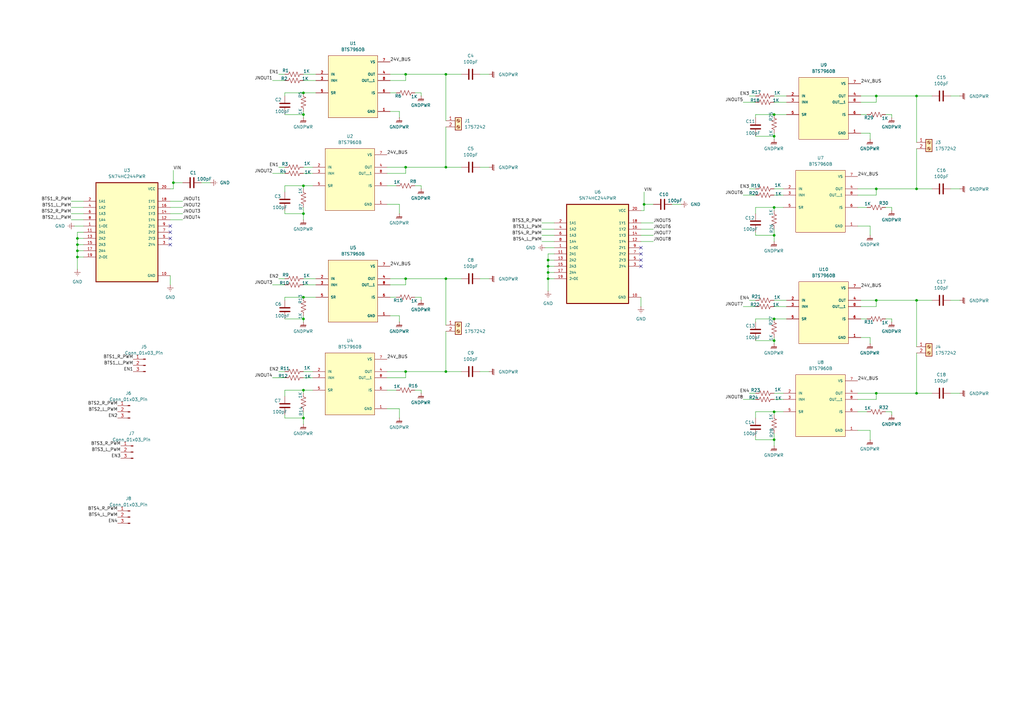
<source format=kicad_sch>
(kicad_sch (version 20250114) (generator "eeschema") (generator_version "9.0")
  (paper "A3")
  (lib_symbols
    (symbol "BTS7960B:BTS7960B" (pin_names (offset 1.016))
      (property "Reference" "U" (at -10.16 10.922 0))
      (property "Value" "BTS7960B" (at -10.16 -17.78 0))
      (symbol "BTS7960B_0_0"
        (rectangle (start -10.16 -15.24) (end 10.16 10.16) (stroke (width 0.1524)) (fill (type background)))
        (pin input line (at -15.24 2.54 0) (length 5.08) (name "IN") (number "2"))
        (pin input line (at -15.24 0 0) (length 5.08) (name "INH") (number "3"))
        (pin input line (at -15.24 -5.08 0) (length 5.08) (name "SR") (number "5"))
        (pin power_in line (at 15.24 7.62 180) (length 5.08) (name "VS") (number "7"))
        (pin output line (at 15.24 2.54 180) (length 5.08) (name "OUT") (number "4"))
        (pin output line (at 15.24 0 180) (length 5.08) (name "OUT__1") (number "8"))
        (pin output line (at 15.24 -5.08 180) (length 5.08) (name "IS") (number "6"))
        (pin power_in line (at 15.24 -12.7 180) (length 5.08) (name "GND") (number "1"))
      )
    )
    (symbol "Connector:Conn_01x03_Pin" (pin_names (offset 1.016) (hide yes))
      (property "Reference" "J" (at 0 5.08 0))
      (property "Value" "Conn_01x03_Pin" (at 0 -5.08 0))
      (symbol "Conn_01x03_Pin_1_1"
        (rectangle (start 0.8636 2.667) (end 0 2.413) (stroke (width 0.1524)) (fill (type outline)))
        (rectangle (start 0.8636 0.127) (end 0 -0.127) (stroke (width 0.1524)) (fill (type outline)))
        (rectangle (start 0.8636 -2.413) (end 0 -2.667) (stroke (width 0.1524)) (fill (type outline)))
        (polyline (pts (xy 1.27 2.54) (xy 0.8636 2.54)) (stroke (width 0.1524)))
        (polyline (pts (xy 1.27 0) (xy 0.8636 0)) (stroke (width 0.1524)))
        (polyline (pts (xy 1.27 -2.54) (xy 0.8636 -2.54)) (stroke (width 0.1524)))
        (pin passive line (at 5.08 2.54 180) (length 3.81) (name "Pin_1") (number "1"))
        (pin passive line (at 5.08 0 180) (length 3.81) (name "Pin_2") (number "2"))
        (pin passive line (at 5.08 -2.54 180) (length 3.81) (name "Pin_3") (number "3"))
      )
    )
    (symbol "Connector:Screw_Terminal_01x02" (pin_names (offset 1.016) (hide yes))
      (property "Reference" "J" (at 0 2.54 0))
      (property "Value" "Screw_Terminal_01x02" (at 0 -5.08 0))
      (symbol "Screw_Terminal_01x02_1_1"
        (rectangle (start -1.27 1.27) (end 1.27 -3.81) (stroke (width 0.254)) (fill (type background)))
        (polyline (pts (xy -0.5334 0.3302) (xy 0.3302 -0.508)) (stroke (width 0.1524)))
        (polyline (pts (xy -0.5334 -2.2098) (xy 0.3302 -3.048)) (stroke (width 0.1524)))
        (polyline (pts (xy -0.3556 0.508) (xy 0.508 -0.3302)) (stroke (width 0.1524)))
        (polyline (pts (xy -0.3556 -2.032) (xy 0.508 -2.8702)) (stroke (width 0.1524)))
        (circle (center 0 0) (radius 0.635) (stroke (width 0.1524)))
        (circle (center 0 -2.54) (radius 0.635) (stroke (width 0.1524)))
        (pin passive line (at -5.08 0 0) (length 3.81) (name "Pin_1") (number "1"))
        (pin passive line (at -5.08 -2.54 0) (length 3.81) (name "Pin_2") (number "2"))
      )
    )
    (symbol "Device:C" (pin_numbers (hide yes)) (pin_names (offset 0.254))
      (property "Reference" "C" (at 0.635 2.54 0))
      (property "Value" "C" (at 0.635 -2.54 0))
      (symbol "C_0_1"
        (polyline (pts (xy -2.032 0.762) (xy 2.032 0.762)) (stroke (width 0.508)))
        (polyline (pts (xy -2.032 -0.762) (xy 2.032 -0.762)) (stroke (width 0.508)))
      )
      (symbol "C_1_1"
        (pin passive line (at 0 3.81 270) (length 2.794) (name "~") (number "1"))
        (pin passive line (at 0 -3.81 90) (length 2.794) (name "~") (number "2"))
      )
    )
    (symbol "Device:R_US" (pin_numbers (hide yes)) (pin_names (offset 0))
      (property "Reference" "R" (at 2.54 0 90))
      (property "Value" "R_US" (at -2.54 0 90))
      (symbol "R_US_0_1"
        (polyline (pts (xy 0 2.286) (xy 0 2.54)))
        (polyline (pts (xy 0 2.286) (xy 1.016 1.905) (xy 0 1.524) (xy -1.016 1.143) (xy 0 0.762)))
        (polyline (pts (xy 0 0.762) (xy 1.016 0.381) (xy 0 0) (xy -1.016 -0.381) (xy 0 -0.762)))
        (polyline (pts (xy 0 -0.762) (xy 1.016 -1.143) (xy 0 -1.524) (xy -1.016 -1.905) (xy 0 -2.286)))
        (polyline (pts (xy 0 -2.286) (xy 0 -2.54)))
      )
      (symbol "R_US_1_1"
        (pin passive line (at 0 3.81 270) (length 1.27) (name "~") (number "1"))
        (pin passive line (at 0 -3.81 90) (length 1.27) (name "~") (number "2"))
      )
    )
    (symbol "SN74HC244PWR:SN74HC244PWR" (pin_names (offset 1.016))
      (property "Reference" "U" (at -12.7 21.32 0))
      (property "Value" "SN74HC244PWR" (at -12.7 -24.32 0))
      (symbol "SN74HC244PWR_0_0"
        (rectangle (start -12.7 -20.32) (end 12.7 20.32) (stroke (width 0.41)) (fill (type background)))
        (pin input line (at -17.78 12.7 0) (length 5.08) (name "1A1") (number "2"))
        (pin input line (at -17.78 10.16 0) (length 5.08) (name "1A2") (number "4"))
        (pin input line (at -17.78 7.62 0) (length 5.08) (name "1A3") (number "6"))
        (pin input line (at -17.78 5.08 0) (length 5.08) (name "1A4") (number "8"))
        (pin input line (at -17.78 2.54 0) (length 5.08) (name "1~OE") (number "1"))
        (pin input line (at -17.78 0 0) (length 5.08) (name "2A1") (number "11"))
        (pin input line (at -17.78 -2.54 0) (length 5.08) (name "2A2") (number "13"))
        (pin input line (at -17.78 -5.08 0) (length 5.08) (name "2A3") (number "15"))
        (pin input line (at -17.78 -7.62 0) (length 5.08) (name "2A4") (number "17"))
        (pin input line (at -17.78 -10.16 0) (length 5.08) (name "2~OE") (number "19"))
        (pin power_in line (at 17.78 17.78 180) (length 5.08) (name "VCC") (number "20"))
        (pin output line (at 17.78 12.7 180) (length 5.08) (name "1Y1") (number "18"))
        (pin output line (at 17.78 10.16 180) (length 5.08) (name "1Y2") (number "16"))
        (pin output line (at 17.78 7.62 180) (length 5.08) (name "1Y3") (number "14"))
        (pin output line (at 17.78 5.08 180) (length 5.08) (name "1Y4") (number "12"))
        (pin output line (at 17.78 2.54 180) (length 5.08) (name "2Y1") (number "9"))
        (pin output line (at 17.78 0 180) (length 5.08) (name "2Y2") (number "7"))
        (pin output line (at 17.78 -2.54 180) (length 5.08) (name "2Y3") (number "5"))
        (pin output line (at 17.78 -5.08 180) (length 5.08) (name "2Y4") (number "3"))
        (pin power_in line (at 17.78 -17.78 180) (length 5.08) (name "GND") (number "10"))
      )
    )
    (symbol "power:Earth" (power) (pin_numbers (hide yes)) (pin_names (offset 0) (hide yes))
      (property "Value" "Earth" (at 0 -3.81 0))
      (symbol "Earth_0_1"
        (polyline (pts (xy -0.635 -1.905) (xy 0.635 -1.905)))
        (polyline (pts (xy -0.127 -2.54) (xy 0.127 -2.54)))
        (polyline (pts (xy 0 -1.27) (xy 0 0)))
        (polyline (pts (xy 1.27 -1.27) (xy -1.27 -1.27)))
      )
      (symbol "Earth_1_1"
        (pin power_in line (at 0 0 270) (length 0) (name "~") (number "1"))
      )
    )
    (symbol "power:GNDPWR" (power) (pin_numbers (hide yes)) (pin_names (offset 0) (hide yes))
      (property "Value" "GNDPWR" (at 0 -3.302 0))
      (symbol "GNDPWR_0_1"
        (polyline (pts (xy -1.016 -1.27) (xy -1.27 -2.032) (xy -1.27 -2.032)) (stroke (width 0.2032)))
        (polyline (pts (xy -0.508 -1.27) (xy -0.762 -2.032) (xy -0.762 -2.032)) (stroke (width 0.2032)))
        (polyline (pts (xy 0 -1.27) (xy 0 0)))
        (polyline (pts (xy 0 -1.27) (xy -0.254 -2.032) (xy -0.254 -2.032)) (stroke (width 0.2032)))
        (polyline (pts (xy 0.508 -1.27) (xy 0.254 -2.032) (xy 0.254 -2.032)) (stroke (width 0.2032)))
        (polyline (pts (xy 1.016 -1.27) (xy -1.016 -1.27) (xy -1.016 -1.27)) (stroke (width 0.2032)))
        (polyline (pts (xy 1.016 -1.27) (xy 0.762 -2.032) (xy 0.762 -2.032) (xy 0.762 -2.032)) (stroke (width 0.2032)))
      )
      (symbol "GNDPWR_1_1"
        (pin power_in line (at 0 0 270) (length 0) (name "~") (number "1"))
      )
    )
  )
  (junction (at 224.79 114.3))
  (junction (at 124.46 121.92))
  (junction (at 317.5 46.99))
  (junction (at 359.41 39.37))
  (junction (at 224.79 106.68))
  (junction (at 124.46 130.81))
  (junction (at 71.12 74.93))
  (junction (at 166.37 114.3))
  (junction (at 317.5 130.81))
  (junction (at 317.5 180.34))
  (junction (at 124.46 171.45))
  (junction (at 359.41 161.29))
  (junction (at 31.75 100.33))
  (junction (at 182.88 68.58))
  (junction (at 182.88 30.48))
  (junction (at 359.41 77.47))
  (junction (at 182.88 114.3))
  (junction (at 375.92 39.37))
  (junction (at 166.37 68.58))
  (junction (at 375.92 161.29))
  (junction (at 224.79 111.76))
  (junction (at 264.16 83.82))
  (junction (at 359.41 123.19))
  (junction (at 166.37 152.4))
  (junction (at 31.75 102.87))
  (junction (at 224.79 109.22))
  (junction (at 31.75 97.79))
  (junction (at 317.5 139.7))
  (junction (at 182.88 152.4))
  (junction (at 124.46 46.99))
  (junction (at 124.46 38.1))
  (junction (at 317.5 96.52))
  (junction (at 317.5 85.09))
  (junction (at 375.92 123.19))
  (junction (at 124.46 160.02))
  (junction (at 31.75 105.41))
  (junction (at 124.46 87.63))
  (junction (at 166.37 30.48))
  (junction (at 317.5 168.91))
  (junction (at 317.5 55.88))
  (junction (at 124.46 76.2))
  (junction (at 375.92 77.47))
  (no_connect (at 69.85 92.71))
  (no_connect (at 69.85 100.33))
  (no_connect (at 262.89 109.22))
  (no_connect (at 262.89 104.14))
  (no_connect (at 262.89 101.6))
  (no_connect (at 69.85 97.79))
  (no_connect (at 69.85 95.25))
  (no_connect (at 262.89 106.68))
  (wire (pts (xy 31.75 102.87) (xy 31.75 105.41)))
  (wire (pts (xy 69.85 87.63) (xy 74.93 87.63)))
  (wire (pts (xy 224.79 111.76) (xy 227.33 111.76)))
  (wire (pts (xy 69.85 85.09) (xy 74.93 85.09)))
  (wire (pts (xy 224.79 119.38) (xy 224.79 114.3)))
  (wire (pts (xy 124.46 121.92) (xy 129.54 121.92)))
  (wire (pts (xy 160.02 30.48) (xy 166.37 30.48)))
  (wire (pts (xy 353.06 125.73) (xy 359.41 125.73)))
  (wire (pts (xy 124.46 85.09) (xy 124.46 87.63)))
  (wire (pts (xy 160.02 121.92) (xy 162.56 121.92)))
  (wire (pts (xy 317.5 86.36) (xy 317.5 85.09)))
  (wire (pts (xy 116.84 78.74) (xy 116.84 76.2)))
  (wire (pts (xy 166.37 154.94) (xy 166.37 152.4)))
  (wire (pts (xy 160.02 129.54) (xy 163.83 129.54)))
  (wire (pts (xy 264.16 78.74) (xy 264.16 83.82)))
  (wire (pts (xy 182.88 68.58) (xy 182.88 52.07)))
  (wire (pts (xy 172.72 121.92) (xy 172.72 123.19)))
  (wire (pts (xy 222.25 99.06) (xy 227.33 99.06)))
  (wire (pts (xy 356.87 92.71) (xy 356.87 96.52)))
  (wire (pts (xy 166.37 152.4) (xy 182.88 152.4)))
  (wire (pts (xy 182.88 114.3) (xy 189.23 114.3)))
  (wire (pts (xy 116.84 76.2) (xy 124.46 76.2)))
  (wire (pts (xy 356.87 138.43) (xy 356.87 140.97)))
  (wire (pts (xy 223.52 101.6) (xy 227.33 101.6)))
  (wire (pts (xy 182.88 152.4) (xy 182.88 135.89)))
  (wire (pts (xy 224.79 114.3) (xy 227.33 114.3)))
  (wire (pts (xy 124.46 129.54) (xy 124.46 130.81)))
  (wire (pts (xy 31.75 100.33) (xy 31.75 102.87)))
  (wire (pts (xy 114.3 152.4) (xy 116.84 152.4)))
  (wire (pts (xy 172.72 76.2) (xy 172.72 77.47)))
  (wire (pts (xy 304.8 125.73) (xy 309.88 125.73)))
  (wire (pts (xy 158.75 167.64) (xy 163.83 167.64)))
  (wire (pts (xy 365.76 85.09) (xy 365.76 86.36)))
  (wire (pts (xy 264.16 83.82) (xy 264.16 86.36)))
  (wire (pts (xy 124.46 116.84) (xy 129.54 116.84)))
  (wire (pts (xy 309.88 96.52) (xy 317.5 96.52)))
  (wire (pts (xy 365.76 168.91) (xy 365.76 170.18)))
  (wire (pts (xy 160.02 114.3) (xy 166.37 114.3)))
  (wire (pts (xy 317.5 138.43) (xy 317.5 139.7)))
  (wire (pts (xy 365.76 130.81) (xy 365.76 132.08)))
  (wire (pts (xy 224.79 111.76) (xy 224.79 114.3)))
  (wire (pts (xy 31.75 100.33) (xy 34.29 100.33)))
  (wire (pts (xy 34.29 95.25) (xy 31.75 95.25)))
  (wire (pts (xy 111.76 116.84) (xy 116.84 116.84)))
  (wire (pts (xy 317.5 55.88) (xy 317.5 57.15)))
  (wire (pts (xy 124.46 77.47) (xy 124.46 76.2)))
  (wire (pts (xy 71.12 74.93) (xy 71.12 77.47)))
  (wire (pts (xy 262.89 99.06) (xy 267.97 99.06)))
  (wire (pts (xy 351.79 163.83) (xy 359.41 163.83)))
  (wire (pts (xy 116.84 170.18) (xy 116.84 171.45)))
  (wire (pts (xy 356.87 54.61) (xy 356.87 57.15)))
  (wire (pts (xy 182.88 68.58) (xy 189.23 68.58)))
  (wire (pts (xy 163.83 167.64) (xy 163.83 171.45)))
  (wire (pts (xy 124.46 114.3) (xy 129.54 114.3)))
  (wire (pts (xy 69.85 90.17) (xy 74.93 90.17)))
  (wire (pts (xy 262.89 96.52) (xy 267.97 96.52)))
  (wire (pts (xy 224.79 109.22) (xy 224.79 111.76)))
  (wire (pts (xy 182.88 30.48) (xy 182.88 49.53)))
  (wire (pts (xy 375.92 161.29) (xy 375.92 144.78)))
  (wire (pts (xy 363.22 168.91) (xy 365.76 168.91)))
  (wire (pts (xy 375.92 123.19) (xy 382.27 123.19)))
  (wire (pts (xy 363.22 85.09) (xy 365.76 85.09)))
  (wire (pts (xy 389.89 161.29) (xy 393.7 161.29)))
  (wire (pts (xy 389.89 77.47) (xy 393.7 77.47)))
  (wire (pts (xy 116.84 39.37) (xy 116.84 38.1)))
  (wire (pts (xy 116.84 46.99) (xy 124.46 46.99)))
  (wire (pts (xy 160.02 45.72) (xy 163.83 45.72)))
  (wire (pts (xy 317.5 96.52) (xy 317.5 99.06)))
  (wire (pts (xy 309.88 95.25) (xy 309.88 96.52)))
  (wire (pts (xy 359.41 125.73) (xy 359.41 123.19)))
  (wire (pts (xy 359.41 39.37) (xy 375.92 39.37)))
  (wire (pts (xy 163.83 45.72) (xy 163.83 48.26)))
  (wire (pts (xy 317.5 139.7) (xy 317.5 140.97)))
  (wire (pts (xy 359.41 77.47) (xy 375.92 77.47)))
  (wire (pts (xy 182.88 114.3) (xy 182.88 133.35)))
  (wire (pts (xy 227.33 104.14) (xy 224.79 104.14)))
  (wire (pts (xy 124.46 87.63) (xy 124.46 90.17)))
  (wire (pts (xy 116.84 38.1) (xy 124.46 38.1)))
  (wire (pts (xy 158.75 154.94) (xy 166.37 154.94)))
  (wire (pts (xy 351.79 77.47) (xy 359.41 77.47)))
  (wire (pts (xy 124.46 168.91) (xy 124.46 171.45)))
  (wire (pts (xy 116.84 130.81) (xy 124.46 130.81)))
  (wire (pts (xy 309.88 179.07) (xy 309.88 180.34)))
  (wire (pts (xy 166.37 114.3) (xy 182.88 114.3)))
  (wire (pts (xy 317.5 130.81) (xy 322.58 130.81)))
  (wire (pts (xy 166.37 30.48) (xy 182.88 30.48)))
  (wire (pts (xy 163.83 129.54) (xy 163.83 132.08)))
  (wire (pts (xy 307.34 39.37) (xy 309.88 39.37)))
  (wire (pts (xy 309.88 46.99) (xy 317.5 46.99)))
  (wire (pts (xy 116.84 160.02) (xy 124.46 160.02)))
  (wire (pts (xy 116.84 123.19) (xy 116.84 121.92)))
  (wire (pts (xy 317.5 180.34) (xy 317.5 182.88)))
  (wire (pts (xy 389.89 39.37) (xy 393.7 39.37)))
  (wire (pts (xy 264.16 86.36) (xy 262.89 86.36)))
  (wire (pts (xy 158.75 76.2) (xy 162.56 76.2)))
  (wire (pts (xy 158.75 71.12) (xy 166.37 71.12)))
  (wire (pts (xy 309.88 85.09) (xy 317.5 85.09)))
  (wire (pts (xy 31.75 105.41) (xy 34.29 105.41)))
  (wire (pts (xy 309.88 168.91) (xy 317.5 168.91)))
  (wire (pts (xy 351.79 161.29) (xy 359.41 161.29)))
  (wire (pts (xy 317.5 41.91) (xy 322.58 41.91)))
  (wire (pts (xy 317.5 177.8) (xy 317.5 180.34)))
  (wire (pts (xy 124.46 76.2) (xy 128.27 76.2)))
  (wire (pts (xy 86.36 74.93) (xy 82.55 74.93)))
  (wire (pts (xy 309.88 130.81) (xy 317.5 130.81)))
  (wire (pts (xy 160.02 116.84) (xy 166.37 116.84)))
  (wire (pts (xy 124.46 160.02) (xy 128.27 160.02)))
  (wire (pts (xy 309.88 171.45) (xy 309.88 168.91)))
  (wire (pts (xy 317.5 85.09) (xy 321.31 85.09)))
  (wire (pts (xy 31.75 110.49) (xy 31.75 105.41)))
  (wire (pts (xy 222.25 96.52) (xy 227.33 96.52)))
  (wire (pts (xy 124.46 46.99) (xy 124.46 48.26)))
  (wire (pts (xy 116.84 86.36) (xy 116.84 87.63)))
  (wire (pts (xy 309.88 132.08) (xy 309.88 130.81)))
  (wire (pts (xy 160.02 38.1) (xy 162.56 38.1)))
  (wire (pts (xy 353.06 130.81) (xy 355.6 130.81)))
  (wire (pts (xy 353.06 41.91) (xy 359.41 41.91)))
  (wire (pts (xy 111.76 154.94) (xy 116.84 154.94)))
  (wire (pts (xy 124.46 154.94) (xy 128.27 154.94)))
  (wire (pts (xy 353.06 39.37) (xy 359.41 39.37)))
  (wire (pts (xy 359.41 163.83) (xy 359.41 161.29)))
  (wire (pts (xy 158.75 152.4) (xy 166.37 152.4)))
  (wire (pts (xy 182.88 30.48) (xy 189.23 30.48)))
  (wire (pts (xy 351.79 80.01) (xy 359.41 80.01)))
  (wire (pts (xy 351.79 176.53) (xy 356.87 176.53)))
  (wire (pts (xy 71.12 74.93) (xy 74.93 74.93)))
  (wire (pts (xy 31.75 102.87) (xy 34.29 102.87)))
  (wire (pts (xy 182.88 152.4) (xy 189.23 152.4)))
  (wire (pts (xy 31.75 97.79) (xy 34.29 97.79)))
  (wire (pts (xy 317.5 39.37) (xy 322.58 39.37)))
  (wire (pts (xy 309.88 139.7) (xy 317.5 139.7)))
  (wire (pts (xy 166.37 68.58) (xy 182.88 68.58)))
  (wire (pts (xy 114.3 114.3) (xy 116.84 114.3)))
  (wire (pts (xy 116.84 162.56) (xy 116.84 160.02)))
  (wire (pts (xy 317.5 168.91) (xy 321.31 168.91)))
  (wire (pts (xy 196.85 114.3) (xy 200.66 114.3)))
  (wire (pts (xy 29.21 82.55) (xy 34.29 82.55)))
  (wire (pts (xy 69.85 113.03) (xy 69.85 116.84)))
  (wire (pts (xy 166.37 116.84) (xy 166.37 114.3)))
  (wire (pts (xy 351.79 85.09) (xy 355.6 85.09)))
  (wire (pts (xy 309.88 180.34) (xy 317.5 180.34)))
  (wire (pts (xy 158.75 83.82) (xy 163.83 83.82)))
  (wire (pts (xy 375.92 39.37) (xy 382.27 39.37)))
  (wire (pts (xy 309.88 48.26) (xy 309.88 46.99)))
  (wire (pts (xy 353.06 54.61) (xy 356.87 54.61)))
  (wire (pts (xy 71.12 69.85) (xy 71.12 74.93)))
  (wire (pts (xy 224.79 106.68) (xy 227.33 106.68)))
  (wire (pts (xy 224.79 109.22) (xy 227.33 109.22)))
  (wire (pts (xy 116.84 121.92) (xy 124.46 121.92)))
  (wire (pts (xy 317.5 163.83) (xy 321.31 163.83)))
  (wire (pts (xy 116.84 171.45) (xy 124.46 171.45)))
  (wire (pts (xy 375.92 123.19) (xy 375.92 142.24)))
  (wire (pts (xy 114.3 30.48) (xy 116.84 30.48)))
  (wire (pts (xy 317.5 46.99) (xy 322.58 46.99)))
  (wire (pts (xy 262.89 91.44) (xy 267.97 91.44)))
  (wire (pts (xy 31.75 97.79) (xy 31.75 100.33)))
  (wire (pts (xy 359.41 161.29) (xy 375.92 161.29)))
  (wire (pts (xy 307.34 123.19) (xy 309.88 123.19)))
  (wire (pts (xy 124.46 161.29) (xy 124.46 160.02)))
  (wire (pts (xy 359.41 80.01) (xy 359.41 77.47)))
  (wire (pts (xy 317.5 123.19) (xy 322.58 123.19)))
  (wire (pts (xy 317.5 170.18) (xy 317.5 168.91)))
  (wire (pts (xy 222.25 93.98) (xy 227.33 93.98)))
  (wire (pts (xy 375.92 161.29) (xy 382.27 161.29)))
  (wire (pts (xy 375.92 77.47) (xy 375.92 60.96)))
  (wire (pts (xy 163.83 83.82) (xy 163.83 87.63)))
  (wire (pts (xy 124.46 45.72) (xy 124.46 46.99)))
  (wire (pts (xy 304.8 41.91) (xy 309.88 41.91)))
  (wire (pts (xy 375.92 39.37) (xy 375.92 58.42)))
  (wire (pts (xy 317.5 161.29) (xy 321.31 161.29)))
  (wire (pts (xy 29.21 85.09) (xy 34.29 85.09)))
  (wire (pts (xy 363.22 130.81) (xy 365.76 130.81)))
  (wire (pts (xy 30.48 92.71) (xy 34.29 92.71)))
  (wire (pts (xy 224.79 106.68) (xy 224.79 109.22)))
  (wire (pts (xy 351.79 92.71) (xy 356.87 92.71)))
  (wire (pts (xy 389.89 123.19) (xy 393.7 123.19)))
  (wire (pts (xy 279.4 83.82) (xy 275.59 83.82)))
  (wire (pts (xy 29.21 90.17) (xy 34.29 90.17)))
  (wire (pts (xy 170.18 121.92) (xy 172.72 121.92)))
  (wire (pts (xy 359.41 123.19) (xy 375.92 123.19)))
  (wire (pts (xy 196.85 30.48) (xy 200.66 30.48)))
  (wire (pts (xy 31.75 95.25) (xy 31.75 97.79)))
  (wire (pts (xy 359.41 41.91) (xy 359.41 39.37)))
  (wire (pts (xy 116.84 87.63) (xy 124.46 87.63)))
  (wire (pts (xy 124.46 171.45) (xy 124.46 173.99)))
  (wire (pts (xy 224.79 104.14) (xy 224.79 106.68)))
  (wire (pts (xy 351.79 168.91) (xy 355.6 168.91)))
  (wire (pts (xy 196.85 152.4) (xy 200.66 152.4)))
  (wire (pts (xy 172.72 38.1) (xy 172.72 39.37)))
  (wire (pts (xy 158.75 160.02) (xy 162.56 160.02)))
  (wire (pts (xy 264.16 83.82) (xy 267.97 83.82)))
  (wire (pts (xy 29.21 87.63) (xy 34.29 87.63)))
  (wire (pts (xy 124.46 71.12) (xy 128.27 71.12)))
  (wire (pts (xy 317.5 54.61) (xy 317.5 55.88)))
  (wire (pts (xy 170.18 76.2) (xy 172.72 76.2)))
  (wire (pts (xy 172.72 160.02) (xy 172.72 161.29)))
  (wire (pts (xy 111.76 33.02) (xy 116.84 33.02)))
  (wire (pts (xy 317.5 80.01) (xy 321.31 80.01)))
  (wire (pts (xy 124.46 68.58) (xy 128.27 68.58)))
  (wire (pts (xy 317.5 93.98) (xy 317.5 96.52)))
  (wire (pts (xy 375.92 77.47) (xy 382.27 77.47)))
  (wire (pts (xy 114.3 68.58) (xy 116.84 68.58)))
  (wire (pts (xy 353.06 46.99) (xy 355.6 46.99)))
  (wire (pts (xy 262.89 121.92) (xy 262.89 125.73)))
  (wire (pts (xy 309.88 87.63) (xy 309.88 85.09)))
  (wire (pts (xy 307.34 77.47) (xy 309.88 77.47)))
  (wire (pts (xy 304.8 80.01) (xy 309.88 80.01)))
  (wire (pts (xy 69.85 82.55) (xy 74.93 82.55)))
  (wire (pts (xy 166.37 71.12) (xy 166.37 68.58)))
  (wire (pts (xy 363.22 46.99) (xy 365.76 46.99)))
  (wire (pts (xy 160.02 33.02) (xy 166.37 33.02)))
  (wire (pts (xy 317.5 125.73) (xy 322.58 125.73)))
  (wire (pts (xy 222.25 91.44) (xy 227.33 91.44)))
  (wire (pts (xy 170.18 38.1) (xy 172.72 38.1)))
  (wire (pts (xy 124.46 152.4) (xy 128.27 152.4)))
  (wire (pts (xy 353.06 123.19) (xy 359.41 123.19)))
  (wire (pts (xy 111.76 71.12) (xy 116.84 71.12)))
  (wire (pts (xy 166.37 33.02) (xy 166.37 30.48)))
  (wire (pts (xy 124.46 38.1) (xy 129.54 38.1)))
  (wire (pts (xy 170.18 160.02) (xy 172.72 160.02)))
  (wire (pts (xy 158.75 68.58) (xy 166.37 68.58)))
  (wire (pts (xy 317.5 77.47) (xy 321.31 77.47)))
  (wire (pts (xy 353.06 138.43) (xy 356.87 138.43)))
  (wire (pts (xy 304.8 163.83) (xy 309.88 163.83)))
  (wire (pts (xy 262.89 93.98) (xy 267.97 93.98)))
  (wire (pts (xy 365.76 46.99) (xy 365.76 48.26)))
  (wire (pts (xy 307.34 161.29) (xy 309.88 161.29)))
  (wire (pts (xy 124.46 30.48) (xy 129.54 30.48)))
  (wire (pts (xy 124.46 130.81) (xy 124.46 132.08)))
  (wire (pts (xy 71.12 77.47) (xy 69.85 77.47)))
  (wire (pts (xy 196.85 68.58) (xy 200.66 68.58)))
  (wire (pts (xy 124.46 33.02) (xy 129.54 33.02)))
  (wire (pts (xy 309.88 55.88) (xy 317.5 55.88)))
  (wire (pts (xy 356.87 176.53) (xy 356.87 180.34)))
  (label "BTS2_L_PWM" (at 48.26 168.91 180))
  (label "BTS3_R_PWM" (at 49.53 182.88 180))
  (label "24V_BUS" (at 160.02 109.22 0))
  (label "JNOUT3" (at 74.93 87.63 0))
  (label "BTS1_L_PWM" (at 54.61 149.86 180))
  (label "24V_BUS" (at 158.75 147.32 0))
  (label "BTS2_L_PWM" (at 29.21 90.17 180))
  (label "JNOUT7" (at 267.97 96.52 0))
  (label "BTS4_L_PWM" (at 48.26 212.09 180))
  (label "JNOUT7" (at 304.8 125.73 180))
  (label "BTS3_L_PWM" (at 49.53 185.42 180))
  (label "24V_BUS" (at 353.06 34.29 0))
  (label "BTS1_R_PWM" (at 54.61 147.32 180))
  (label "BTS4_L_PWM" (at 222.25 99.06 180))
  (label "BTS1_L_PWM" (at 29.21 85.09 180))
  (label "24V_BUS" (at 353.06 118.11 0))
  (label "JNOUT8" (at 267.97 99.06 0))
  (label "JNOUT5" (at 267.97 91.44 0))
  (label "EN4" (at 48.26 214.63 180))
  (label "EN2" (at 114.3 114.3 180))
  (label "JNOUT4" (at 111.76 154.94 180))
  (label "JNOUT6" (at 304.8 80.01 180))
  (label "BTS2_R_PWM" (at 48.26 166.37 180))
  (label "EN1" (at 114.3 68.58 180))
  (label "BTS4_R_PWM" (at 48.26 209.55 180))
  (label "BTS1_R_PWM" (at 29.21 82.55 180))
  (label "JNOUT2" (at 74.93 85.09 0))
  (label "JNOUT1" (at 74.93 82.55 0))
  (label "JNOUT3" (at 111.76 116.84 180))
  (label "JNOUT1" (at 111.76 33.02 180))
  (label "JNOUT8" (at 304.8 163.83 180))
  (label "EN3" (at 307.34 39.37 180))
  (label "JNOUT2" (at 111.76 71.12 180))
  (label "EN1" (at 54.61 152.4 180))
  (label "24V_BUS" (at 160.02 25.4 0))
  (label "VIN" (at 264.16 78.74 0))
  (label "EN4" (at 307.34 123.19 180))
  (label "24V_BUS" (at 351.79 156.21 0))
  (label "EN2" (at 48.26 171.45 180))
  (label "EN1" (at 114.3 30.48 180))
  (label "BTS4_R_PWM" (at 222.25 96.52 180))
  (label "JNOUT6" (at 267.97 93.98 0))
  (label "BTS3_R_PWM" (at 222.25 91.44 180))
  (label "EN2" (at 114.3 152.4 180))
  (label "24V_BUS" (at 158.75 63.5 0))
  (label "VIN" (at 71.12 69.85 0))
  (label "JNOUT5" (at 304.8 41.91 180))
  (label "BTS2_R_PWM" (at 29.21 87.63 180))
  (label "EN3" (at 49.53 187.96 180))
  (label "EN4" (at 307.34 161.29 180))
  (label "EN3" (at 307.34 77.47 180))
  (label "JNOUT4" (at 74.93 90.17 0))
  (label "24V_BUS" (at 351.79 72.39 0))
  (label "BTS3_L_PWM" (at 222.25 93.98 180))
  (symbol (lib_id "Connector:Screw_Terminal_01x02") (at 381 58.42 0) (unit 1)
    (property "Reference" "J3" (at 383.54 58.4199 0) (effects (justify left)))
    (property "Value" "1757242" (at 383.54 60.9599 0) (effects (justify left)))
    (property "Footprint" "TerminalBlock_Phoenix:TerminalBlock_Phoenix_PT-1,5-2-5.0-H_1x02_P5.00mm_Horizontal" (effects (hide yes)))
    (property "Description" "Generic screw terminal, single row, 01x02, script generated (kicad-library-utils/schlib/autogen/connector/)" (effects (hide yes)))
    (property "Height" "8.72" (effects (hide yes)))
    (property "Mouser Part Number" "651-1757242" (effects (hide yes)))
    (property "Mouser Price/Stock" "https://www.mouser.co.uk/ProductDetail/Phoenix-Contact/1757242?qs=uD%2FdkN7XIa3Ejiz9qDxlzw%3D%3D" (effects (hide yes)))
    (property "Manufacturer_Name" "Phoenix Contact" (effects (hide yes)))
    (property "Manufacturer_Part_Number" "1757242" (effects (hide yes)))
  )
  (symbol (lib_id "power:GNDPWR") (at 393.7 161.29 90) (unit 1)
    (property "Reference" "#PWR040" (effects (hide yes)))
    (property "Value" "GNDPWR" (at 397.51 161.4169 90) (effects (justify right)))
    (property "Description" "Power symbol creates a global label with name \"GNDPWR\" , global ground" (effects (hide yes)))
  )
  (symbol (lib_id "BTS7960B:BTS7960B") (at 336.55 80.01 0) (unit 1)
    (property "Reference" "U7" (at 336.55 64.77 0))
    (property "Value" "BTS7960B" (at 336.55 67.31 0))
    (property "Footprint" "BTS7960B:DPAK127P1490X440-8N" (effects (hide yes)))
    (property "PARTREV" "1.1" (effects (hide yes)))
    (property "MANUFACTURER" "Infineon" (effects (hide yes)))
    (property "MAXIMUM_PACKAGE_HEIGHT" "4.4mm" (effects (hide yes)))
    (property "STANDARD" "IPC-7351B" (effects (hide yes)))
  )
  (symbol (lib_id "SN74HC244PWR:SN74HC244PWR") (at 52.07 95.25 0) (unit 1)
    (property "Reference" "U3" (at 52.07 69.85 0))
    (property "Value" "SN74HC244PWR" (at 52.07 72.39 0))
    (property "Footprint" "SN74HC244PWR:SOP65P640X120-20N" (effects (hide yes)))
  )
  (symbol (lib_id "power:GNDPWR") (at 124.46 173.99 0) (unit 1)
    (property "Reference" "#PWR014" (effects (hide yes)))
    (property "Value" "GNDPWR" (at 124.333 177.8 0))
    (property "Description" "Power symbol creates a global label with name \"GNDPWR\" , global ground" (effects (hide yes)))
  )
  (symbol (lib_id "Connector:Conn_01x03_Pin") (at 54.61 185.42 0) (mirror y) (unit 1)
    (property "Reference" "J7" (at 53.975 177.8 0))
    (property "Value" "Conn_01x03_Pin" (at 53.975 180.34 0))
    (property "Description" "Generic connector, single row, 01x03, script generated" (effects (hide yes)))
  )
  (symbol (lib_id "Device:C") (at 78.74 74.93 270) (unit 1)
    (property "Reference" "C1" (at 79.248 70.866 90))
    (property "Value" "100pF" (at 83.82 73.406 90))
    (property "Description" "Unpolarized capacitor" (effects (hide yes)))
  )
  (symbol (lib_id "Device:R_US") (at 317.5 173.99 180) (unit 1)
    (property "Reference" "R28" (at 316.484 177.546 90))
    (property "Value" "1K" (at 316.23 170.942 90))
    (property "Description" "Resistor, US symbol" (effects (hide yes)))
  )
  (symbol (lib_id "power:GNDPWR") (at 200.66 152.4 90) (unit 1)
    (property "Reference" "#PWR020" (effects (hide yes)))
    (property "Value" "GNDPWR" (at 204.47 152.5269 90) (effects (justify right)))
    (property "Description" "Power symbol creates a global label with name \"GNDPWR\" , global ground" (effects (hide yes)))
  )
  (symbol (lib_id "Device:C") (at 309.88 91.44 0) (unit 1)
    (property "Reference" "C12" (at 305.562 89.408 0) (effects (justify left)))
    (property "Value" "100pF" (at 304.8 93.98 0) (effects (justify left)))
    (property "Description" "Unpolarized capacitor" (effects (hide yes)))
  )
  (symbol (lib_id "power:GNDPWR") (at 356.87 57.15 0) (unit 1)
    (property "Reference" "#PWR029" (effects (hide yes)))
    (property "Value" "GNDPWR" (at 356.743 60.96 0))
    (property "Description" "Power symbol creates a global label with name \"GNDPWR\" , global ground" (effects (hide yes)))
  )
  (symbol (lib_id "power:GNDPWR") (at 317.5 99.06 0) (unit 1)
    (property "Reference" "#PWR026" (effects (hide yes)))
    (property "Value" "GNDPWR" (at 317.373 102.87 0))
    (property "Description" "Power symbol creates a global label with name \"GNDPWR\" , global ground" (effects (hide yes)))
  )
  (symbol (lib_id "power:Earth") (at 223.52 101.6 270) (unit 1)
    (property "Reference" "#PWR021" (effects (hide yes)))
    (property "Value" "GND" (at 219.71 101.5999 90) (effects (justify right)))
    (property "Description" "Power symbol creates a global label with name \"Earth\"" (effects (hide yes)))
  )
  (symbol (lib_id "Device:R_US") (at 313.69 41.91 90) (unit 1)
    (property "Reference" "R18" (at 309.626 41.148 90))
    (property "Value" "1K" (at 318.262 41.148 90))
    (property "Description" "Resistor, US symbol" (effects (hide yes)))
  )
  (symbol (lib_id "Connector:Screw_Terminal_01x02") (at 187.96 133.35 0) (unit 1)
    (property "Reference" "J2" (at 190.5 133.3499 0) (effects (justify left)))
    (property "Value" "1757242" (at 190.5 135.8899 0) (effects (justify left)))
    (property "Footprint" "TerminalBlock_Phoenix:TerminalBlock_Phoenix_PT-1,5-2-5.0-H_1x02_P5.00mm_Horizontal" (effects (hide yes)))
    (property "Description" "Generic screw terminal, single row, 01x02, script generated (kicad-library-utils/schlib/autogen/connector/)" (effects (hide yes)))
    (property "Height" "8.72" (effects (hide yes)))
    (property "Mouser Part Number" "651-1757242" (effects (hide yes)))
    (property "Mouser Price/Stock" "https://www.mouser.co.uk/ProductDetail/Phoenix-Contact/1757242?qs=uD%2FdkN7XIa3Ejiz9qDxlzw%3D%3D" (effects (hide yes)))
    (property "Manufacturer_Name" "Phoenix Contact" (effects (hide yes)))
    (property "Manufacturer_Part_Number" "1757242" (effects (hide yes)))
  )
  (symbol (lib_id "BTS7960B:BTS7960B") (at 143.51 154.94 0) (unit 1)
    (property "Reference" "U4" (at 143.51 139.7 0))
    (property "Value" "BTS7960B" (at 143.51 142.24 0))
    (property "Footprint" "BTS7960B:DPAK127P1490X440-8N" (effects (hide yes)))
    (property "PARTREV" "1.1" (effects (hide yes)))
    (property "MANUFACTURER" "Infineon" (effects (hide yes)))
    (property "MAXIMUM_PACKAGE_HEIGHT" "4.4mm" (effects (hide yes)))
    (property "STANDARD" "IPC-7351B" (effects (hide yes)))
  )
  (symbol (lib_id "power:GNDPWR") (at 365.76 170.18 0) (unit 1)
    (property "Reference" "#PWR036" (effects (hide yes)))
    (property "Value" "GNDPWR" (at 365.633 173.99 0))
    (property "Description" "Power symbol creates a global label with name \"GNDPWR\" , global ground" (effects (hide yes)))
  )
  (symbol (lib_id "Device:R_US") (at 317.5 134.62 180) (unit 1)
    (property "Reference" "R27" (at 316.23 131.572 90))
    (property "Value" "1K" (at 316.23 138.43 90))
    (property "Description" "Resistor, US symbol" (effects (hide yes)))
  )
  (symbol (lib_id "Device:C") (at 193.04 68.58 90) (unit 1)
    (property "Reference" "C5" (at 193.04 60.96 90))
    (property "Value" "100pF" (at 193.04 63.5 90))
    (property "Description" "Unpolarized capacitor" (effects (hide yes)))
  )
  (symbol (lib_id "power:GNDPWR") (at 365.76 48.26 0) (unit 1)
    (property "Reference" "#PWR033" (effects (hide yes)))
    (property "Value" "GNDPWR" (at 365.633 52.07 0))
    (property "Description" "Power symbol creates a global label with name \"GNDPWR\" , global ground" (effects (hide yes)))
  )
  (symbol (lib_id "power:GNDPWR") (at 172.72 161.29 0) (unit 1)
    (property "Reference" "#PWR018" (effects (hide yes)))
    (property "Value" "GNDPWR" (at 172.593 165.1 0))
    (property "Description" "Power symbol creates a global label with name \"GNDPWR\" , global ground" (effects (hide yes)))
  )
  (symbol (lib_id "Connector:Conn_01x03_Pin") (at 59.69 149.86 0) (mirror y) (unit 1)
    (property "Reference" "J5" (at 59.055 142.24 0))
    (property "Value" "Conn_01x03_Pin" (at 59.055 144.78 0))
    (property "Description" "Generic connector, single row, 01x03, script generated" (effects (hide yes)))
  )
  (symbol (lib_id "power:GNDPWR") (at 200.66 68.58 90) (unit 1)
    (property "Reference" "#PWR012" (effects (hide yes)))
    (property "Value" "GNDPWR" (at 204.47 68.7069 90) (effects (justify right)))
    (property "Description" "Power symbol creates a global label with name \"GNDPWR\" , global ground" (effects (hide yes)))
  )
  (symbol (lib_id "power:GNDPWR") (at 356.87 180.34 0) (unit 1)
    (property "Reference" "#PWR032" (effects (hide yes)))
    (property "Value" "GNDPWR" (at 356.743 184.15 0))
    (property "Description" "Power symbol creates a global label with name \"GNDPWR\" , global ground" (effects (hide yes)))
  )
  (symbol (lib_id "BTS7960B:BTS7960B") (at 144.78 33.02 0) (unit 1)
    (property "Reference" "U1" (at 144.78 17.78 0))
    (property "Value" "BTS7960B" (at 144.78 20.32 0))
    (property "Footprint" "BTS7960B:DPAK127P1490X440-8N" (effects (hide yes)))
    (property "PARTREV" "1.1" (effects (hide yes)))
    (property "MANUFACTURER" "Infineon" (effects (hide yes)))
    (property "MAXIMUM_PACKAGE_HEIGHT" "4.4mm" (effects (hide yes)))
    (property "STANDARD" "IPC-7351B" (effects (hide yes)))
  )
  (symbol (lib_id "Device:C") (at 271.78 83.82 270) (unit 1)
    (property "Reference" "C10" (at 272.288 79.756 90))
    (property "Value" "100pF" (at 276.86 82.296 90))
    (property "Description" "Unpolarized capacitor" (effects (hide yes)))
  )
  (symbol (lib_id "Connector:Screw_Terminal_01x02") (at 187.96 49.53 0) (unit 1)
    (property "Reference" "J1" (at 190.5 49.5299 0) (effects (justify left)))
    (property "Value" "1757242" (at 190.5 52.0699 0) (effects (justify left)))
    (property "Footprint" "TerminalBlock_Phoenix:TerminalBlock_Phoenix_PT-1,5-2-5.0-H_1x02_P5.00mm_Horizontal" (effects (hide yes)))
    (property "Description" "Generic screw terminal, single row, 01x02, script generated (kicad-library-utils/schlib/autogen/connector/)" (effects (hide yes)))
    (property "Height" "8.72" (effects (hide yes)))
    (property "Mouser Part Number" "651-1757242" (effects (hide yes)))
    (property "Mouser Price/Stock" "https://www.mouser.co.uk/ProductDetail/Phoenix-Contact/1757242?qs=uD%2FdkN7XIa3Ejiz9qDxlzw%3D%3D" (effects (hide yes)))
    (property "Manufacturer_Name" "Phoenix Contact" (effects (hide yes)))
    (property "Manufacturer_Part_Number" "1757242" (effects (hide yes)))
  )
  (symbol (lib_id "Device:C") (at 309.88 52.07 0) (unit 1)
    (property "Reference" "C11" (at 305.816 49.784 0) (effects (justify left)))
    (property "Value" "100pF" (at 305.816 54.61 0) (effects (justify left)))
    (property "Description" "Unpolarized capacitor" (effects (hide yes)))
  )
  (symbol (lib_id "power:GNDPWR") (at 317.5 140.97 0) (unit 1)
    (property "Reference" "#PWR027" (effects (hide yes)))
    (property "Value" "GNDPWR" (at 317.373 144.78 0))
    (property "Description" "Power symbol creates a global label with name \"GNDPWR\" , global ground" (effects (hide yes)))
  )
  (symbol (lib_id "Device:C") (at 193.04 114.3 90) (unit 1)
    (property "Reference" "C8" (at 193.04 106.68 90))
    (property "Value" "100pF" (at 193.04 109.22 90))
    (property "Description" "Unpolarized capacitor" (effects (hide yes)))
  )
  (symbol (lib_id "Device:R_US") (at 313.69 80.01 90) (unit 1)
    (property "Reference" "R20" (at 309.118 79.248 90))
    (property "Value" "1K" (at 319.278 79.502 90))
    (property "Description" "Resistor, US symbol" (effects (hide yes)))
  )
  (symbol (lib_id "Device:R_US") (at 359.41 85.09 90) (unit 1)
    (property "Reference" "R30" (at 362.458 83.312 90))
    (property "Value" "1K" (at 355.854 83.566 90))
    (property "Description" "Resistor, US symbol" (effects (hide yes)))
  )
  (symbol (lib_id "Device:R_US") (at 359.41 168.91 90) (unit 1)
    (property "Reference" "R32" (at 362.458 167.132 90))
    (property "Value" "1K" (at 355.854 167.386 90))
    (property "Description" "Resistor, US symbol" (effects (hide yes)))
  )
  (symbol (lib_id "Device:R_US") (at 120.65 30.48 90) (unit 1)
    (property "Reference" "R1" (at 117.094 28.956 90))
    (property "Value" "1K" (at 125.73 29.21 90))
    (property "Description" "Resistor, US symbol" (effects (hide yes)))
  )
  (symbol (lib_id "Device:R_US") (at 120.65 152.4 90) (unit 1)
    (property "Reference" "R11" (at 116.84 151.13 90))
    (property "Value" "1K" (at 125.984 150.876 90))
    (property "Description" "Resistor, US symbol" (effects (hide yes)))
  )
  (symbol (lib_id "Device:C") (at 386.08 161.29 90) (unit 1)
    (property "Reference" "C18" (at 386.08 153.67 90))
    (property "Value" "100pF" (at 386.08 156.21 90))
    (property "Description" "Unpolarized capacitor" (effects (hide yes)))
  )
  (symbol (lib_id "Device:R_US") (at 313.69 39.37 90) (unit 1)
    (property "Reference" "R17" (at 310.134 37.846 90))
    (property "Value" "1K" (at 318.77 38.1 90))
    (property "Description" "Resistor, US symbol" (effects (hide yes)))
  )
  (symbol (lib_id "Device:R_US") (at 359.41 46.99 270) (unit 1)
    (property "Reference" "R29" (at 356.362 48.26 90))
    (property "Value" "1K" (at 362.966 48.514 90))
    (property "Description" "Resistor, US symbol" (effects (hide yes)))
  )
  (symbol (lib_id "power:Earth") (at 86.36 74.93 90) (unit 1)
    (property "Reference" "#PWR05" (effects (hide yes)))
    (property "Value" "GND" (at 90.17 74.9299 90) (effects (justify right)))
    (property "Description" "Power symbol creates a global label with name \"Earth\"" (effects (hide yes)))
  )
  (symbol (lib_id "power:Earth") (at 69.85 116.84 0) (unit 1)
    (property "Reference" "#PWR04" (effects (hide yes)))
    (property "Value" "GND" (at 69.85 121.92 0))
    (property "Description" "Power symbol creates a global label with name \"Earth\"" (effects (hide yes)))
  )
  (symbol (lib_id "BTS7960B:BTS7960B") (at 143.51 71.12 0) (unit 1)
    (property "Reference" "U2" (at 143.51 55.88 0))
    (property "Value" "BTS7960B" (at 143.51 58.42 0))
    (property "Footprint" "BTS7960B:DPAK127P1490X440-8N" (effects (hide yes)))
    (property "PARTREV" "1.1" (effects (hide yes)))
    (property "MANUFACTURER" "Infineon" (effects (hide yes)))
    (property "MAXIMUM_PACKAGE_HEIGHT" "4.4mm" (effects (hide yes)))
    (property "STANDARD" "IPC-7351B" (effects (hide yes)))
  )
  (symbol (lib_id "Device:R_US") (at 313.69 161.29 90) (unit 1)
    (property "Reference" "R23" (at 309.88 160.02 90))
    (property "Value" "1K" (at 319.024 159.766 90))
    (property "Description" "Resistor, US symbol" (effects (hide yes)))
  )
  (symbol (lib_id "power:GNDPWR") (at 172.72 123.19 0) (unit 1)
    (property "Reference" "#PWR017" (effects (hide yes)))
    (property "Value" "GNDPWR" (at 172.593 127 0))
    (property "Description" "Power symbol creates a global label with name \"GNDPWR\" , global ground" (effects (hide yes)))
  )
  (symbol (lib_id "power:GNDPWR") (at 317.5 57.15 0) (unit 1)
    (property "Reference" "#PWR025" (effects (hide yes)))
    (property "Value" "GNDPWR" (at 317.373 60.96 0))
    (property "Description" "Power symbol creates a global label with name \"GNDPWR\" , global ground" (effects (hide yes)))
  )
  (symbol (lib_id "Device:C") (at 116.84 166.37 0) (unit 1)
    (property "Reference" "C7" (at 112.522 164.338 0) (effects (justify left)))
    (property "Value" "100pF" (at 111.76 168.91 0) (effects (justify left)))
    (property "Description" "Unpolarized capacitor" (effects (hide yes)))
  )
  (symbol (lib_id "Device:R_US") (at 166.37 121.92 270) (unit 1)
    (property "Reference" "R15" (at 163.322 123.19 90))
    (property "Value" "1K" (at 169.926 123.444 90))
    (property "Description" "Resistor, US symbol" (effects (hide yes)))
  )
  (symbol (lib_id "Device:C") (at 386.08 123.19 90) (unit 1)
    (property "Reference" "C17" (at 386.08 115.57 90))
    (property "Value" "100pF" (at 386.08 118.11 90))
    (property "Description" "Unpolarized capacitor" (effects (hide yes)))
  )
  (symbol (lib_id "power:GNDPWR") (at 163.83 171.45 0) (unit 1)
    (property "Reference" "#PWR016" (effects (hide yes)))
    (property "Value" "GNDPWR" (at 163.703 175.26 0))
    (property "Description" "Power symbol creates a global label with name \"GNDPWR\" , global ground" (effects (hide yes)))
  )
  (symbol (lib_id "Device:R_US") (at 120.65 68.58 90) (unit 1)
    (property "Reference" "R3" (at 116.84 67.31 90))
    (property "Value" "1K" (at 125.984 67.056 90))
    (property "Description" "Resistor, US symbol" (effects (hide yes)))
  )
  (symbol (lib_id "power:GNDPWR") (at 124.46 132.08 0) (unit 1)
    (property "Reference" "#PWR013" (effects (hide yes)))
    (property "Value" "GNDPWR" (at 124.333 135.89 0))
    (property "Description" "Power symbol creates a global label with name \"GNDPWR\" , global ground" (effects (hide yes)))
  )
  (symbol (lib_id "Device:R_US") (at 313.69 123.19 90) (unit 1)
    (property "Reference" "R21" (at 310.134 121.666 90))
    (property "Value" "1K" (at 318.77 121.92 90))
    (property "Description" "Resistor, US symbol" (effects (hide yes)))
  )
  (symbol (lib_id "power:GNDPWR") (at 365.76 132.08 0) (unit 1)
    (property "Reference" "#PWR035" (effects (hide yes)))
    (property "Value" "GNDPWR" (at 365.633 135.89 0))
    (property "Description" "Power symbol creates a global label with name \"GNDPWR\" , global ground" (effects (hide yes)))
  )
  (symbol (lib_id "Device:R_US") (at 124.46 81.28 180) (unit 1)
    (property "Reference" "R7" (at 123.444 84.836 90))
    (property "Value" "1K" (at 123.19 78.232 90))
    (property "Description" "Resistor, US symbol" (effects (hide yes)))
  )
  (symbol (lib_id "power:GNDPWR") (at 172.72 39.37 0) (unit 1)
    (property "Reference" "#PWR08" (effects (hide yes)))
    (property "Value" "GNDPWR" (at 172.593 43.18 0))
    (property "Description" "Power symbol creates a global label with name \"GNDPWR\" , global ground" (effects (hide yes)))
  )
  (symbol (lib_id "power:GNDPWR") (at 124.46 48.26 0) (unit 1)
    (property "Reference" "#PWR07" (effects (hide yes)))
    (property "Value" "GNDPWR" (at 124.333 52.07 0))
    (property "Description" "Power symbol creates a global label with name \"GNDPWR\" , global ground" (effects (hide yes)))
  )
  (symbol (lib_id "Device:R_US") (at 120.65 114.3 90) (unit 1)
    (property "Reference" "R9" (at 117.094 112.776 90))
    (property "Value" "1K" (at 125.73 113.03 90))
    (property "Description" "Resistor, US symbol" (effects (hide yes)))
  )
  (symbol (lib_id "power:GNDPWR") (at 163.83 87.63 0) (unit 1)
    (property "Reference" "#PWR06" (effects (hide yes)))
    (property "Value" "GNDPWR" (at 163.703 91.44 0))
    (property "Description" "Power symbol creates a global label with name \"GNDPWR\" , global ground" (effects (hide yes)))
  )
  (symbol (lib_id "Device:R_US") (at 166.37 38.1 270) (unit 1)
    (property "Reference" "R6" (at 163.322 39.37 90))
    (property "Value" "1K" (at 169.926 39.624 90))
    (property "Description" "Resistor, US symbol" (effects (hide yes)))
  )
  (symbol (lib_id "Device:C") (at 193.04 30.48 90) (unit 1)
    (property "Reference" "C4" (at 193.04 22.86 90))
    (property "Value" "100pF" (at 193.04 25.4 90))
    (property "Description" "Unpolarized capacitor" (effects (hide yes)))
  )
  (symbol (lib_id "Device:C") (at 116.84 43.18 0) (unit 1)
    (property "Reference" "C2" (at 112.776 40.894 0) (effects (justify left)))
    (property "Value" "100pF" (at 112.776 45.72 0) (effects (justify left)))
    (property "Description" "Unpolarized capacitor" (effects (hide yes)))
  )
  (symbol (lib_id "Device:C") (at 386.08 77.47 90) (unit 1)
    (property "Reference" "C16" (at 386.08 69.85 90))
    (property "Value" "100pF" (at 386.08 72.39 90))
    (property "Description" "Unpolarized capacitor" (effects (hide yes)))
  )
  (symbol (lib_id "power:GNDPWR") (at 393.7 39.37 90) (unit 1)
    (property "Reference" "#PWR037" (effects (hide yes)))
    (property "Value" "GNDPWR" (at 397.51 39.4969 90) (effects (justify right)))
    (property "Description" "Power symbol creates a global label with name \"GNDPWR\" , global ground" (effects (hide yes)))
  )
  (symbol (lib_id "Device:R_US") (at 313.69 125.73 90) (unit 1)
    (property "Reference" "R22" (at 309.626 124.968 90))
    (property "Value" "1K" (at 318.262 124.968 90))
    (property "Description" "Resistor, US symbol" (effects (hide yes)))
  )
  (symbol (lib_id "Device:C") (at 116.84 82.55 0) (unit 1)
    (property "Reference" "C3" (at 112.522 80.518 0) (effects (justify left)))
    (property "Value" "100pF" (at 111.76 85.09 0) (effects (justify left)))
    (property "Description" "Unpolarized capacitor" (effects (hide yes)))
  )
  (symbol (lib_id "power:GNDPWR") (at 172.72 77.47 0) (unit 1)
    (property "Reference" "#PWR09" (effects (hide yes)))
    (property "Value" "GNDPWR" (at 172.593 81.28 0))
    (property "Description" "Power symbol creates a global label with name \"GNDPWR\" , global ground" (effects (hide yes)))
  )
  (symbol (lib_id "power:Earth") (at 224.79 119.38 0) (unit 1)
    (property "Reference" "#PWR022" (effects (hide yes)))
    (property "Value" "GND" (at 224.79 124.46 0))
    (property "Description" "Power symbol creates a global label with name \"Earth\"" (effects (hide yes)))
  )
  (symbol (lib_id "power:Earth") (at 31.75 110.49 0) (unit 1)
    (property "Reference" "#PWR03" (effects (hide yes)))
    (property "Value" "GND" (at 31.75 115.57 0))
    (property "Description" "Power symbol creates a global label with name \"Earth\"" (effects (hide yes)))
  )
  (symbol (lib_id "Device:R_US") (at 166.37 76.2 90) (unit 1)
    (property "Reference" "R8" (at 169.418 74.422 90))
    (property "Value" "1K" (at 162.814 74.676 90))
    (property "Description" "Resistor, US symbol" (effects (hide yes)))
  )
  (symbol (lib_id "Device:C") (at 193.04 152.4 90) (unit 1)
    (property "Reference" "C9" (at 193.04 144.78 90))
    (property "Value" "100pF" (at 193.04 147.32 90))
    (property "Description" "Unpolarized capacitor" (effects (hide yes)))
  )
  (symbol (lib_id "SN74HC244PWR:SN74HC244PWR") (at 245.11 104.14 0) (unit 1)
    (property "Reference" "U6" (at 245.11 78.74 0))
    (property "Value" "SN74HC244PWR" (at 245.11 81.28 0))
    (property "Footprint" "SN74HC244PWR:SOP65P640X120-20N" (effects (hide yes)))
  )
  (symbol (lib_id "Device:R_US") (at 120.65 116.84 90) (unit 1)
    (property "Reference" "R10" (at 116.586 116.078 90))
    (property "Value" "1K" (at 125.222 116.078 90))
    (property "Description" "Resistor, US symbol" (effects (hide yes)))
  )
  (symbol (lib_id "BTS7960B:BTS7960B") (at 337.82 41.91 0) (unit 1)
    (property "Reference" "U9" (at 337.82 26.67 0))
    (property "Value" "BTS7960B" (at 337.82 29.21 0))
    (property "Footprint" "BTS7960B:DPAK127P1490X440-8N" (effects (hide yes)))
    (property "PARTREV" "1.1" (effects (hide yes)))
    (property "MANUFACTURER" "Infineon" (effects (hide yes)))
    (property "MAXIMUM_PACKAGE_HEIGHT" "4.4mm" (effects (hide yes)))
    (property "STANDARD" "IPC-7351B" (effects (hide yes)))
  )
  (symbol (lib_id "power:GNDPWR") (at 393.7 123.19 90) (unit 1)
    (property "Reference" "#PWR039" (effects (hide yes)))
    (property "Value" "GNDPWR" (at 397.51 123.3169 90) (effects (justify right)))
    (property "Description" "Power symbol creates a global label with name \"GNDPWR\" , global ground" (effects (hide yes)))
  )
  (symbol (lib_id "Connector:Conn_01x03_Pin") (at 53.34 168.91 0) (mirror y) (unit 1)
    (property "Reference" "J6" (at 52.705 161.29 0))
    (property "Value" "Conn_01x03_Pin" (at 52.705 163.83 0))
    (property "Description" "Generic connector, single row, 01x03, script generated" (effects (hide yes)))
  )
  (symbol (lib_id "Connector:Conn_01x03_Pin") (at 53.34 212.09 0) (mirror y) (unit 1)
    (property "Reference" "J8" (at 52.705 204.47 0))
    (property "Value" "Conn_01x03_Pin" (at 52.705 207.01 0))
    (property "Description" "Generic connector, single row, 01x03, script generated" (effects (hide yes)))
  )
  (symbol (lib_id "Device:R_US") (at 317.5 90.17 180) (unit 1)
    (property "Reference" "R26" (at 316.484 93.726 90))
    (property "Value" "1K" (at 316.23 87.122 90))
    (property "Description" "Resistor, US symbol" (effects (hide yes)))
  )
  (symbol (lib_id "Device:R_US") (at 120.65 71.12 90) (unit 1)
    (property "Reference" "R4" (at 116.078 70.358 90))
    (property "Value" "1K" (at 126.238 70.612 90))
    (property "Description" "Resistor, US symbol" (effects (hide yes)))
  )
  (symbol (lib_id "Device:R_US") (at 124.46 41.91 180) (unit 1)
    (property "Reference" "R5" (at 123.19 38.862 90))
    (property "Value" "1K" (at 123.19 45.72 90))
    (property "Description" "Resistor, US symbol" (effects (hide yes)))
  )
  (symbol (lib_id "Device:C") (at 116.84 127 0) (unit 1)
    (property "Reference" "C6" (at 112.776 124.714 0) (effects (justify left)))
    (property "Value" "100pF" (at 112.776 129.54 0) (effects (justify left)))
    (property "Description" "Unpolarized capacitor" (effects (hide yes)))
  )
  (symbol (lib_id "Device:R_US") (at 124.46 125.73 180) (unit 1)
    (property "Reference" "R13" (at 123.19 122.682 90))
    (property "Value" "1K" (at 123.19 129.54 90))
    (property "Description" "Resistor, US symbol" (effects (hide yes)))
  )
  (symbol (lib_id "BTS7960B:BTS7960B") (at 337.82 125.73 0) (unit 1)
    (property "Reference" "U10" (at 337.82 110.49 0))
    (property "Value" "BTS7960B" (at 337.82 113.03 0))
    (property "Footprint" "BTS7960B:DPAK127P1490X440-8N" (effects (hide yes)))
    (property "PARTREV" "1.1" (effects (hide yes)))
    (property "MANUFACTURER" "Infineon" (effects (hide yes)))
    (property "MAXIMUM_PACKAGE_HEIGHT" "4.4mm" (effects (hide yes)))
    (property "STANDARD" "IPC-7351B" (effects (hide yes)))
  )
  (symbol (lib_id "BTS7960B:BTS7960B") (at 144.78 116.84 0) (unit 1)
    (property "Reference" "U5" (at 144.78 101.6 0))
    (property "Value" "BTS7960B" (at 144.78 104.14 0))
    (property "Footprint" "BTS7960B:DPAK127P1490X440-8N" (effects (hide yes)))
    (property "PARTREV" "1.1" (effects (hide yes)))
    (property "MANUFACTURER" "Infineon" (effects (hide yes)))
    (property "MAXIMUM_PACKAGE_HEIGHT" "4.4mm" (effects (hide yes)))
    (property "STANDARD" "IPC-7351B" (effects (hide yes)))
  )
  (symbol (lib_id "power:GNDPWR") (at 163.83 48.26 0) (unit 1)
    (property "Reference" "#PWR02" (effects (hide yes)))
    (property "Value" "GNDPWR" (at 163.703 52.07 0))
    (property "Description" "Power symbol creates a global label with name \"GNDPWR\" , global ground" (effects (hide yes)))
  )
  (symbol (lib_id "Device:R_US") (at 359.41 130.81 270) (unit 1)
    (property "Reference" "R31" (at 356.362 132.08 90))
    (property "Value" "1K" (at 362.966 132.334 90))
    (property "Description" "Resistor, US symbol" (effects (hide yes)))
  )
  (symbol (lib_id "power:GNDPWR") (at 356.87 140.97 0) (unit 1)
    (property "Reference" "#PWR031" (effects (hide yes)))
    (property "Value" "GNDPWR" (at 356.743 144.78 0))
    (property "Description" "Power symbol creates a global label with name \"GNDPWR\" , global ground" (effects (hide yes)))
  )
  (symbol (lib_id "power:GNDPWR") (at 365.76 86.36 0) (unit 1)
    (property "Reference" "#PWR034" (effects (hide yes)))
    (property "Value" "GNDPWR" (at 365.633 90.17 0))
    (property "Description" "Power symbol creates a global label with name \"GNDPWR\" , global ground" (effects (hide yes)))
  )
  (symbol (lib_id "Device:R_US") (at 166.37 160.02 90) (unit 1)
    (property "Reference" "R16" (at 169.418 158.242 90))
    (property "Value" "1K" (at 162.814 158.496 90))
    (property "Description" "Resistor, US symbol" (effects (hide yes)))
  )
  (symbol (lib_id "power:Earth") (at 262.89 125.73 0) (unit 1)
    (property "Reference" "#PWR023" (effects (hide yes)))
    (property "Value" "GND" (at 262.89 130.81 0))
    (property "Description" "Power symbol creates a global label with name \"Earth\"" (effects (hide yes)))
  )
  (symbol (lib_id "BTS7960B:BTS7960B") (at 336.55 163.83 0) (unit 1)
    (property "Reference" "U8" (at 336.55 148.59 0))
    (property "Value" "BTS7960B" (at 336.55 151.13 0))
    (property "Footprint" "BTS7960B:DPAK127P1490X440-8N" (effects (hide yes)))
    (property "PARTREV" "1.1" (effects (hide yes)))
    (property "MANUFACTURER" "Infineon" (effects (hide yes)))
    (property "MAXIMUM_PACKAGE_HEIGHT" "4.4mm" (effects (hide yes)))
    (property "STANDARD" "IPC-7351B" (effects (hide yes)))
  )
  (symbol (lib_id "power:GNDPWR") (at 393.7 77.47 90) (unit 1)
    (property "Reference" "#PWR038" (effects (hide yes)))
    (property "Value" "GNDPWR" (at 397.51 77.5969 90) (effects (justify right)))
    (property "Description" "Power symbol creates a global label with name \"GNDPWR\" , global ground" (effects (hide yes)))
  )
  (symbol (lib_id "Device:C") (at 309.88 175.26 0) (unit 1)
    (property "Reference" "C14" (at 305.562 173.228 0) (effects (justify left)))
    (property "Value" "100pF" (at 304.8 177.8 0) (effects (justify left)))
    (property "Description" "Unpolarized capacitor" (effects (hide yes)))
  )
  (symbol (lib_id "power:GNDPWR") (at 317.5 182.88 0) (unit 1)
    (property "Reference" "#PWR028" (effects (hide yes)))
    (property "Value" "GNDPWR" (at 317.373 186.69 0))
    (property "Description" "Power symbol creates a global label with name \"GNDPWR\" , global ground" (effects (hide yes)))
  )
  (symbol (lib_id "Device:R_US") (at 313.69 77.47 90) (unit 1)
    (property "Reference" "R19" (at 309.88 76.2 90))
    (property "Value" "1K" (at 319.024 75.946 90))
    (property "Description" "Resistor, US symbol" (effects (hide yes)))
  )
  (symbol (lib_id "power:GNDPWR") (at 200.66 30.48 90) (unit 1)
    (property "Reference" "#PWR011" (effects (hide yes)))
    (property "Value" "GNDPWR" (at 204.47 30.6069 90) (effects (justify right)))
    (property "Description" "Power symbol creates a global label with name \"GNDPWR\" , global ground" (effects (hide yes)))
  )
  (symbol (lib_id "Device:C") (at 309.88 135.89 0) (unit 1)
    (property "Reference" "C13" (at 305.816 133.604 0) (effects (justify left)))
    (property "Value" "100pF" (at 305.816 138.43 0) (effects (justify left)))
    (property "Description" "Unpolarized capacitor" (effects (hide yes)))
  )
  (symbol (lib_id "Device:R_US") (at 124.46 165.1 180) (unit 1)
    (property "Reference" "R14" (at 123.444 168.656 90))
    (property "Value" "1K" (at 123.19 162.052 90))
    (property "Description" "Resistor, US symbol" (effects (hide yes)))
  )
  (symbol (lib_id "power:Earth") (at 30.48 92.71 270) (unit 1)
    (property "Reference" "#PWR01" (effects (hide yes)))
    (property "Value" "GND" (at 26.67 92.7099 90) (effects (justify right)))
    (property "Description" "Power symbol creates a global label with name \"Earth\"" (effects (hide yes)))
  )
  (symbol (lib_id "Connector:Screw_Terminal_01x02") (at 381 142.24 0) (unit 1)
    (property "Reference" "J4" (at 383.54 142.2399 0) (effects (justify left)))
    (property "Value" "1757242" (at 383.54 144.7799 0) (effects (justify left)))
    (property "Footprint" "TerminalBlock_Phoenix:TerminalBlock_Phoenix_PT-1,5-2-5.0-H_1x02_P5.00mm_Horizontal" (effects (hide yes)))
    (property "Description" "Generic screw terminal, single row, 01x02, script generated (kicad-library-utils/schlib/autogen/connector/)" (effects (hide yes)))
    (property "Height" "8.72" (effects (hide yes)))
    (property "Mouser Part Number" "651-1757242" (effects (hide yes)))
    (property "Mouser Price/Stock" "https://www.mouser.co.uk/ProductDetail/Phoenix-Contact/1757242?qs=uD%2FdkN7XIa3Ejiz9qDxlzw%3D%3D" (effects (hide yes)))
    (property "Manufacturer_Name" "Phoenix Contact" (effects (hide yes)))
    (property "Manufacturer_Part_Number" "1757242" (effects (hide yes)))
  )
  (symbol (lib_id "power:GNDPWR") (at 124.46 90.17 0) (unit 1)
    (property "Reference" "#PWR010" (effects (hide yes)))
    (property "Value" "GNDPWR" (at 124.333 93.98 0))
    (property "Description" "Power symbol creates a global label with name \"GNDPWR\" , global ground" (effects (hide yes)))
  )
  (symbol (lib_id "Device:R_US") (at 120.65 33.02 90) (unit 1)
    (property "Reference" "R2" (at 116.586 32.258 90))
    (property "Value" "1K" (at 125.222 32.258 90))
    (property "Description" "Resistor, US symbol" (effects (hide yes)))
  )
  (symbol (lib_id "Device:R_US") (at 317.5 50.8 180) (unit 1)
    (property "Reference" "R25" (at 316.23 47.752 90))
    (property "Value" "1K" (at 316.23 54.61 90))
    (property "Description" "Resistor, US symbol" (effects (hide yes)))
  )
  (symbol (lib_id "power:GNDPWR") (at 200.66 114.3 90) (unit 1)
    (property "Reference" "#PWR019" (effects (hide yes)))
    (property "Value" "GNDPWR" (at 204.47 114.4269 90) (effects (justify right)))
    (property "Description" "Power symbol creates a global label with name \"GNDPWR\" , global ground" (effects (hide yes)))
  )
  (symbol (lib_id "power:GNDPWR") (at 356.87 96.52 0) (unit 1)
    (property "Reference" "#PWR030" (effects (hide yes)))
    (property "Value" "GNDPWR" (at 356.743 100.33 0))
    (property "Description" "Power symbol creates a global label with name \"GNDPWR\" , global ground" (effects (hide yes)))
  )
  (symbol (lib_id "Device:R_US") (at 313.69 163.83 90) (unit 1)
    (property "Reference" "R24" (at 309.118 163.068 90))
    (property "Value" "1K" (at 319.278 163.322 90))
    (property "Description" "Resistor, US symbol" (effects (hide yes)))
  )
  (symbol (lib_id "power:GNDPWR") (at 163.83 132.08 0) (unit 1)
    (property "Reference" "#PWR015" (effects (hide yes)))
    (property "Value" "GNDPWR" (at 163.703 135.89 0))
    (property "Description" "Power symbol creates a global label with name \"GNDPWR\" , global ground" (effects (hide yes)))
  )
  (symbol (lib_id "Device:R_US") (at 120.65 154.94 90) (unit 1)
    (property "Reference" "R12" (at 116.078 154.178 90))
    (property "Value" "1K" (at 126.238 154.432 90))
    (property "Description" "Resistor, US symbol" (effects (hide yes)))
  )
  (symbol (lib_id "power:Earth") (at 279.4 83.82 90) (unit 1)
    (property "Reference" "#PWR024" (effects (hide yes)))
    (property "Value" "GND" (at 283.21 83.8199 90) (effects (justify right)))
    (property "Description" "Power symbol creates a global label with name \"Earth\"" (effects (hide yes)))
  )
  (symbol (lib_id "Device:C") (at 386.08 39.37 90) (unit 1)
    (property "Reference" "C15" (at 386.08 31.75 90))
    (property "Value" "100pF" (at 386.08 34.29 90))
    (property "Description" "Unpolarized capacitor" (effects (hide yes)))
  )
)
</source>
